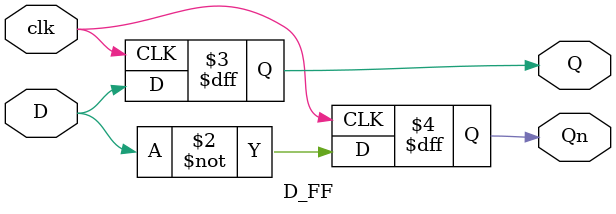
<source format=v>
`timescale 1ns / 1ps
module D_FF(
	input clk, D,
	output reg Q, Qn
    );
always @(posedge clk)
	begin
		Q <= D;
		Qn <= ~D;
	end
endmodule

</source>
